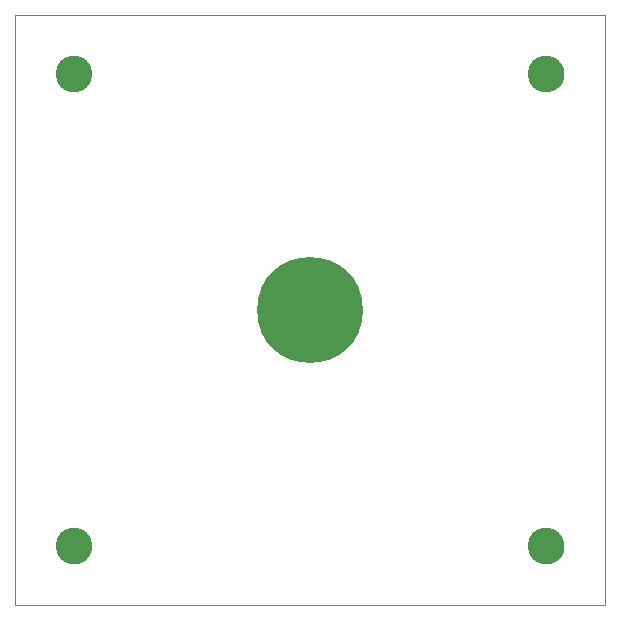
<source format=gbs>
G75*
%MOIN*%
%OFA0B0*%
%FSLAX25Y25*%
%IPPOS*%
%LPD*%
%AMOC8*
5,1,8,0,0,1.08239X$1,22.5*
%
%ADD10C,0.00004*%
%ADD11C,0.00000*%
%ADD12C,0.35249*%
%ADD13C,0.12217*%
D10*
X0001002Y0001002D02*
X0197852Y0001002D01*
X0197852Y0197852D01*
X0001002Y0197852D01*
X0001002Y0001002D01*
D11*
X0014978Y0020687D02*
X0014980Y0020838D01*
X0014986Y0020988D01*
X0014996Y0021139D01*
X0015010Y0021289D01*
X0015028Y0021438D01*
X0015049Y0021588D01*
X0015075Y0021736D01*
X0015105Y0021884D01*
X0015138Y0022031D01*
X0015176Y0022177D01*
X0015217Y0022322D01*
X0015262Y0022466D01*
X0015311Y0022608D01*
X0015364Y0022749D01*
X0015420Y0022889D01*
X0015480Y0023027D01*
X0015543Y0023164D01*
X0015611Y0023299D01*
X0015681Y0023432D01*
X0015755Y0023563D01*
X0015833Y0023692D01*
X0015914Y0023819D01*
X0015998Y0023944D01*
X0016086Y0024067D01*
X0016177Y0024187D01*
X0016271Y0024305D01*
X0016368Y0024420D01*
X0016468Y0024533D01*
X0016571Y0024643D01*
X0016677Y0024750D01*
X0016786Y0024855D01*
X0016897Y0024956D01*
X0017011Y0025055D01*
X0017127Y0025150D01*
X0017247Y0025243D01*
X0017368Y0025332D01*
X0017492Y0025418D01*
X0017618Y0025501D01*
X0017746Y0025580D01*
X0017876Y0025656D01*
X0018008Y0025729D01*
X0018142Y0025797D01*
X0018278Y0025863D01*
X0018416Y0025925D01*
X0018555Y0025983D01*
X0018695Y0026037D01*
X0018837Y0026088D01*
X0018980Y0026135D01*
X0019125Y0026178D01*
X0019270Y0026217D01*
X0019417Y0026253D01*
X0019564Y0026284D01*
X0019712Y0026312D01*
X0019861Y0026336D01*
X0020010Y0026356D01*
X0020160Y0026372D01*
X0020310Y0026384D01*
X0020461Y0026392D01*
X0020612Y0026396D01*
X0020762Y0026396D01*
X0020913Y0026392D01*
X0021064Y0026384D01*
X0021214Y0026372D01*
X0021364Y0026356D01*
X0021513Y0026336D01*
X0021662Y0026312D01*
X0021810Y0026284D01*
X0021957Y0026253D01*
X0022104Y0026217D01*
X0022249Y0026178D01*
X0022394Y0026135D01*
X0022537Y0026088D01*
X0022679Y0026037D01*
X0022819Y0025983D01*
X0022958Y0025925D01*
X0023096Y0025863D01*
X0023232Y0025797D01*
X0023366Y0025729D01*
X0023498Y0025656D01*
X0023628Y0025580D01*
X0023756Y0025501D01*
X0023882Y0025418D01*
X0024006Y0025332D01*
X0024127Y0025243D01*
X0024247Y0025150D01*
X0024363Y0025055D01*
X0024477Y0024956D01*
X0024588Y0024855D01*
X0024697Y0024750D01*
X0024803Y0024643D01*
X0024906Y0024533D01*
X0025006Y0024420D01*
X0025103Y0024305D01*
X0025197Y0024187D01*
X0025288Y0024067D01*
X0025376Y0023944D01*
X0025460Y0023819D01*
X0025541Y0023692D01*
X0025619Y0023563D01*
X0025693Y0023432D01*
X0025763Y0023299D01*
X0025831Y0023164D01*
X0025894Y0023027D01*
X0025954Y0022889D01*
X0026010Y0022749D01*
X0026063Y0022608D01*
X0026112Y0022466D01*
X0026157Y0022322D01*
X0026198Y0022177D01*
X0026236Y0022031D01*
X0026269Y0021884D01*
X0026299Y0021736D01*
X0026325Y0021588D01*
X0026346Y0021438D01*
X0026364Y0021289D01*
X0026378Y0021139D01*
X0026388Y0020988D01*
X0026394Y0020838D01*
X0026396Y0020687D01*
X0026394Y0020536D01*
X0026388Y0020386D01*
X0026378Y0020235D01*
X0026364Y0020085D01*
X0026346Y0019936D01*
X0026325Y0019786D01*
X0026299Y0019638D01*
X0026269Y0019490D01*
X0026236Y0019343D01*
X0026198Y0019197D01*
X0026157Y0019052D01*
X0026112Y0018908D01*
X0026063Y0018766D01*
X0026010Y0018625D01*
X0025954Y0018485D01*
X0025894Y0018347D01*
X0025831Y0018210D01*
X0025763Y0018075D01*
X0025693Y0017942D01*
X0025619Y0017811D01*
X0025541Y0017682D01*
X0025460Y0017555D01*
X0025376Y0017430D01*
X0025288Y0017307D01*
X0025197Y0017187D01*
X0025103Y0017069D01*
X0025006Y0016954D01*
X0024906Y0016841D01*
X0024803Y0016731D01*
X0024697Y0016624D01*
X0024588Y0016519D01*
X0024477Y0016418D01*
X0024363Y0016319D01*
X0024247Y0016224D01*
X0024127Y0016131D01*
X0024006Y0016042D01*
X0023882Y0015956D01*
X0023756Y0015873D01*
X0023628Y0015794D01*
X0023498Y0015718D01*
X0023366Y0015645D01*
X0023232Y0015577D01*
X0023096Y0015511D01*
X0022958Y0015449D01*
X0022819Y0015391D01*
X0022679Y0015337D01*
X0022537Y0015286D01*
X0022394Y0015239D01*
X0022249Y0015196D01*
X0022104Y0015157D01*
X0021957Y0015121D01*
X0021810Y0015090D01*
X0021662Y0015062D01*
X0021513Y0015038D01*
X0021364Y0015018D01*
X0021214Y0015002D01*
X0021064Y0014990D01*
X0020913Y0014982D01*
X0020762Y0014978D01*
X0020612Y0014978D01*
X0020461Y0014982D01*
X0020310Y0014990D01*
X0020160Y0015002D01*
X0020010Y0015018D01*
X0019861Y0015038D01*
X0019712Y0015062D01*
X0019564Y0015090D01*
X0019417Y0015121D01*
X0019270Y0015157D01*
X0019125Y0015196D01*
X0018980Y0015239D01*
X0018837Y0015286D01*
X0018695Y0015337D01*
X0018555Y0015391D01*
X0018416Y0015449D01*
X0018278Y0015511D01*
X0018142Y0015577D01*
X0018008Y0015645D01*
X0017876Y0015718D01*
X0017746Y0015794D01*
X0017618Y0015873D01*
X0017492Y0015956D01*
X0017368Y0016042D01*
X0017247Y0016131D01*
X0017127Y0016224D01*
X0017011Y0016319D01*
X0016897Y0016418D01*
X0016786Y0016519D01*
X0016677Y0016624D01*
X0016571Y0016731D01*
X0016468Y0016841D01*
X0016368Y0016954D01*
X0016271Y0017069D01*
X0016177Y0017187D01*
X0016086Y0017307D01*
X0015998Y0017430D01*
X0015914Y0017555D01*
X0015833Y0017682D01*
X0015755Y0017811D01*
X0015681Y0017942D01*
X0015611Y0018075D01*
X0015543Y0018210D01*
X0015480Y0018347D01*
X0015420Y0018485D01*
X0015364Y0018625D01*
X0015311Y0018766D01*
X0015262Y0018908D01*
X0015217Y0019052D01*
X0015176Y0019197D01*
X0015138Y0019343D01*
X0015105Y0019490D01*
X0015075Y0019638D01*
X0015049Y0019786D01*
X0015028Y0019936D01*
X0015010Y0020085D01*
X0014996Y0020235D01*
X0014986Y0020386D01*
X0014980Y0020536D01*
X0014978Y0020687D01*
X0082203Y0099427D02*
X0082208Y0099850D01*
X0082224Y0100272D01*
X0082250Y0100694D01*
X0082286Y0101115D01*
X0082333Y0101535D01*
X0082389Y0101954D01*
X0082457Y0102372D01*
X0082534Y0102787D01*
X0082622Y0103201D01*
X0082719Y0103612D01*
X0082827Y0104021D01*
X0082945Y0104427D01*
X0083072Y0104830D01*
X0083210Y0105230D01*
X0083357Y0105626D01*
X0083514Y0106018D01*
X0083681Y0106407D01*
X0083857Y0106791D01*
X0084042Y0107171D01*
X0084237Y0107546D01*
X0084441Y0107917D01*
X0084653Y0108282D01*
X0084875Y0108642D01*
X0085106Y0108996D01*
X0085345Y0109345D01*
X0085593Y0109687D01*
X0085849Y0110024D01*
X0086113Y0110354D01*
X0086385Y0110677D01*
X0086665Y0110994D01*
X0086953Y0111304D01*
X0087248Y0111606D01*
X0087550Y0111901D01*
X0087860Y0112189D01*
X0088177Y0112469D01*
X0088500Y0112741D01*
X0088830Y0113005D01*
X0089167Y0113261D01*
X0089509Y0113509D01*
X0089858Y0113748D01*
X0090212Y0113979D01*
X0090572Y0114201D01*
X0090937Y0114413D01*
X0091308Y0114617D01*
X0091683Y0114812D01*
X0092063Y0114997D01*
X0092447Y0115173D01*
X0092836Y0115340D01*
X0093228Y0115497D01*
X0093624Y0115644D01*
X0094024Y0115782D01*
X0094427Y0115909D01*
X0094833Y0116027D01*
X0095242Y0116135D01*
X0095653Y0116232D01*
X0096067Y0116320D01*
X0096482Y0116397D01*
X0096900Y0116465D01*
X0097319Y0116521D01*
X0097739Y0116568D01*
X0098160Y0116604D01*
X0098582Y0116630D01*
X0099004Y0116646D01*
X0099427Y0116651D01*
X0099850Y0116646D01*
X0100272Y0116630D01*
X0100694Y0116604D01*
X0101115Y0116568D01*
X0101535Y0116521D01*
X0101954Y0116465D01*
X0102372Y0116397D01*
X0102787Y0116320D01*
X0103201Y0116232D01*
X0103612Y0116135D01*
X0104021Y0116027D01*
X0104427Y0115909D01*
X0104830Y0115782D01*
X0105230Y0115644D01*
X0105626Y0115497D01*
X0106018Y0115340D01*
X0106407Y0115173D01*
X0106791Y0114997D01*
X0107171Y0114812D01*
X0107546Y0114617D01*
X0107917Y0114413D01*
X0108282Y0114201D01*
X0108642Y0113979D01*
X0108996Y0113748D01*
X0109345Y0113509D01*
X0109687Y0113261D01*
X0110024Y0113005D01*
X0110354Y0112741D01*
X0110677Y0112469D01*
X0110994Y0112189D01*
X0111304Y0111901D01*
X0111606Y0111606D01*
X0111901Y0111304D01*
X0112189Y0110994D01*
X0112469Y0110677D01*
X0112741Y0110354D01*
X0113005Y0110024D01*
X0113261Y0109687D01*
X0113509Y0109345D01*
X0113748Y0108996D01*
X0113979Y0108642D01*
X0114201Y0108282D01*
X0114413Y0107917D01*
X0114617Y0107546D01*
X0114812Y0107171D01*
X0114997Y0106791D01*
X0115173Y0106407D01*
X0115340Y0106018D01*
X0115497Y0105626D01*
X0115644Y0105230D01*
X0115782Y0104830D01*
X0115909Y0104427D01*
X0116027Y0104021D01*
X0116135Y0103612D01*
X0116232Y0103201D01*
X0116320Y0102787D01*
X0116397Y0102372D01*
X0116465Y0101954D01*
X0116521Y0101535D01*
X0116568Y0101115D01*
X0116604Y0100694D01*
X0116630Y0100272D01*
X0116646Y0099850D01*
X0116651Y0099427D01*
X0116646Y0099004D01*
X0116630Y0098582D01*
X0116604Y0098160D01*
X0116568Y0097739D01*
X0116521Y0097319D01*
X0116465Y0096900D01*
X0116397Y0096482D01*
X0116320Y0096067D01*
X0116232Y0095653D01*
X0116135Y0095242D01*
X0116027Y0094833D01*
X0115909Y0094427D01*
X0115782Y0094024D01*
X0115644Y0093624D01*
X0115497Y0093228D01*
X0115340Y0092836D01*
X0115173Y0092447D01*
X0114997Y0092063D01*
X0114812Y0091683D01*
X0114617Y0091308D01*
X0114413Y0090937D01*
X0114201Y0090572D01*
X0113979Y0090212D01*
X0113748Y0089858D01*
X0113509Y0089509D01*
X0113261Y0089167D01*
X0113005Y0088830D01*
X0112741Y0088500D01*
X0112469Y0088177D01*
X0112189Y0087860D01*
X0111901Y0087550D01*
X0111606Y0087248D01*
X0111304Y0086953D01*
X0110994Y0086665D01*
X0110677Y0086385D01*
X0110354Y0086113D01*
X0110024Y0085849D01*
X0109687Y0085593D01*
X0109345Y0085345D01*
X0108996Y0085106D01*
X0108642Y0084875D01*
X0108282Y0084653D01*
X0107917Y0084441D01*
X0107546Y0084237D01*
X0107171Y0084042D01*
X0106791Y0083857D01*
X0106407Y0083681D01*
X0106018Y0083514D01*
X0105626Y0083357D01*
X0105230Y0083210D01*
X0104830Y0083072D01*
X0104427Y0082945D01*
X0104021Y0082827D01*
X0103612Y0082719D01*
X0103201Y0082622D01*
X0102787Y0082534D01*
X0102372Y0082457D01*
X0101954Y0082389D01*
X0101535Y0082333D01*
X0101115Y0082286D01*
X0100694Y0082250D01*
X0100272Y0082224D01*
X0099850Y0082208D01*
X0099427Y0082203D01*
X0099004Y0082208D01*
X0098582Y0082224D01*
X0098160Y0082250D01*
X0097739Y0082286D01*
X0097319Y0082333D01*
X0096900Y0082389D01*
X0096482Y0082457D01*
X0096067Y0082534D01*
X0095653Y0082622D01*
X0095242Y0082719D01*
X0094833Y0082827D01*
X0094427Y0082945D01*
X0094024Y0083072D01*
X0093624Y0083210D01*
X0093228Y0083357D01*
X0092836Y0083514D01*
X0092447Y0083681D01*
X0092063Y0083857D01*
X0091683Y0084042D01*
X0091308Y0084237D01*
X0090937Y0084441D01*
X0090572Y0084653D01*
X0090212Y0084875D01*
X0089858Y0085106D01*
X0089509Y0085345D01*
X0089167Y0085593D01*
X0088830Y0085849D01*
X0088500Y0086113D01*
X0088177Y0086385D01*
X0087860Y0086665D01*
X0087550Y0086953D01*
X0087248Y0087248D01*
X0086953Y0087550D01*
X0086665Y0087860D01*
X0086385Y0088177D01*
X0086113Y0088500D01*
X0085849Y0088830D01*
X0085593Y0089167D01*
X0085345Y0089509D01*
X0085106Y0089858D01*
X0084875Y0090212D01*
X0084653Y0090572D01*
X0084441Y0090937D01*
X0084237Y0091308D01*
X0084042Y0091683D01*
X0083857Y0092063D01*
X0083681Y0092447D01*
X0083514Y0092836D01*
X0083357Y0093228D01*
X0083210Y0093624D01*
X0083072Y0094024D01*
X0082945Y0094427D01*
X0082827Y0094833D01*
X0082719Y0095242D01*
X0082622Y0095653D01*
X0082534Y0096067D01*
X0082457Y0096482D01*
X0082389Y0096900D01*
X0082333Y0097319D01*
X0082286Y0097739D01*
X0082250Y0098160D01*
X0082224Y0098582D01*
X0082208Y0099004D01*
X0082203Y0099427D01*
X0014978Y0178167D02*
X0014980Y0178318D01*
X0014986Y0178468D01*
X0014996Y0178619D01*
X0015010Y0178769D01*
X0015028Y0178918D01*
X0015049Y0179068D01*
X0015075Y0179216D01*
X0015105Y0179364D01*
X0015138Y0179511D01*
X0015176Y0179657D01*
X0015217Y0179802D01*
X0015262Y0179946D01*
X0015311Y0180088D01*
X0015364Y0180229D01*
X0015420Y0180369D01*
X0015480Y0180507D01*
X0015543Y0180644D01*
X0015611Y0180779D01*
X0015681Y0180912D01*
X0015755Y0181043D01*
X0015833Y0181172D01*
X0015914Y0181299D01*
X0015998Y0181424D01*
X0016086Y0181547D01*
X0016177Y0181667D01*
X0016271Y0181785D01*
X0016368Y0181900D01*
X0016468Y0182013D01*
X0016571Y0182123D01*
X0016677Y0182230D01*
X0016786Y0182335D01*
X0016897Y0182436D01*
X0017011Y0182535D01*
X0017127Y0182630D01*
X0017247Y0182723D01*
X0017368Y0182812D01*
X0017492Y0182898D01*
X0017618Y0182981D01*
X0017746Y0183060D01*
X0017876Y0183136D01*
X0018008Y0183209D01*
X0018142Y0183277D01*
X0018278Y0183343D01*
X0018416Y0183405D01*
X0018555Y0183463D01*
X0018695Y0183517D01*
X0018837Y0183568D01*
X0018980Y0183615D01*
X0019125Y0183658D01*
X0019270Y0183697D01*
X0019417Y0183733D01*
X0019564Y0183764D01*
X0019712Y0183792D01*
X0019861Y0183816D01*
X0020010Y0183836D01*
X0020160Y0183852D01*
X0020310Y0183864D01*
X0020461Y0183872D01*
X0020612Y0183876D01*
X0020762Y0183876D01*
X0020913Y0183872D01*
X0021064Y0183864D01*
X0021214Y0183852D01*
X0021364Y0183836D01*
X0021513Y0183816D01*
X0021662Y0183792D01*
X0021810Y0183764D01*
X0021957Y0183733D01*
X0022104Y0183697D01*
X0022249Y0183658D01*
X0022394Y0183615D01*
X0022537Y0183568D01*
X0022679Y0183517D01*
X0022819Y0183463D01*
X0022958Y0183405D01*
X0023096Y0183343D01*
X0023232Y0183277D01*
X0023366Y0183209D01*
X0023498Y0183136D01*
X0023628Y0183060D01*
X0023756Y0182981D01*
X0023882Y0182898D01*
X0024006Y0182812D01*
X0024127Y0182723D01*
X0024247Y0182630D01*
X0024363Y0182535D01*
X0024477Y0182436D01*
X0024588Y0182335D01*
X0024697Y0182230D01*
X0024803Y0182123D01*
X0024906Y0182013D01*
X0025006Y0181900D01*
X0025103Y0181785D01*
X0025197Y0181667D01*
X0025288Y0181547D01*
X0025376Y0181424D01*
X0025460Y0181299D01*
X0025541Y0181172D01*
X0025619Y0181043D01*
X0025693Y0180912D01*
X0025763Y0180779D01*
X0025831Y0180644D01*
X0025894Y0180507D01*
X0025954Y0180369D01*
X0026010Y0180229D01*
X0026063Y0180088D01*
X0026112Y0179946D01*
X0026157Y0179802D01*
X0026198Y0179657D01*
X0026236Y0179511D01*
X0026269Y0179364D01*
X0026299Y0179216D01*
X0026325Y0179068D01*
X0026346Y0178918D01*
X0026364Y0178769D01*
X0026378Y0178619D01*
X0026388Y0178468D01*
X0026394Y0178318D01*
X0026396Y0178167D01*
X0026394Y0178016D01*
X0026388Y0177866D01*
X0026378Y0177715D01*
X0026364Y0177565D01*
X0026346Y0177416D01*
X0026325Y0177266D01*
X0026299Y0177118D01*
X0026269Y0176970D01*
X0026236Y0176823D01*
X0026198Y0176677D01*
X0026157Y0176532D01*
X0026112Y0176388D01*
X0026063Y0176246D01*
X0026010Y0176105D01*
X0025954Y0175965D01*
X0025894Y0175827D01*
X0025831Y0175690D01*
X0025763Y0175555D01*
X0025693Y0175422D01*
X0025619Y0175291D01*
X0025541Y0175162D01*
X0025460Y0175035D01*
X0025376Y0174910D01*
X0025288Y0174787D01*
X0025197Y0174667D01*
X0025103Y0174549D01*
X0025006Y0174434D01*
X0024906Y0174321D01*
X0024803Y0174211D01*
X0024697Y0174104D01*
X0024588Y0173999D01*
X0024477Y0173898D01*
X0024363Y0173799D01*
X0024247Y0173704D01*
X0024127Y0173611D01*
X0024006Y0173522D01*
X0023882Y0173436D01*
X0023756Y0173353D01*
X0023628Y0173274D01*
X0023498Y0173198D01*
X0023366Y0173125D01*
X0023232Y0173057D01*
X0023096Y0172991D01*
X0022958Y0172929D01*
X0022819Y0172871D01*
X0022679Y0172817D01*
X0022537Y0172766D01*
X0022394Y0172719D01*
X0022249Y0172676D01*
X0022104Y0172637D01*
X0021957Y0172601D01*
X0021810Y0172570D01*
X0021662Y0172542D01*
X0021513Y0172518D01*
X0021364Y0172498D01*
X0021214Y0172482D01*
X0021064Y0172470D01*
X0020913Y0172462D01*
X0020762Y0172458D01*
X0020612Y0172458D01*
X0020461Y0172462D01*
X0020310Y0172470D01*
X0020160Y0172482D01*
X0020010Y0172498D01*
X0019861Y0172518D01*
X0019712Y0172542D01*
X0019564Y0172570D01*
X0019417Y0172601D01*
X0019270Y0172637D01*
X0019125Y0172676D01*
X0018980Y0172719D01*
X0018837Y0172766D01*
X0018695Y0172817D01*
X0018555Y0172871D01*
X0018416Y0172929D01*
X0018278Y0172991D01*
X0018142Y0173057D01*
X0018008Y0173125D01*
X0017876Y0173198D01*
X0017746Y0173274D01*
X0017618Y0173353D01*
X0017492Y0173436D01*
X0017368Y0173522D01*
X0017247Y0173611D01*
X0017127Y0173704D01*
X0017011Y0173799D01*
X0016897Y0173898D01*
X0016786Y0173999D01*
X0016677Y0174104D01*
X0016571Y0174211D01*
X0016468Y0174321D01*
X0016368Y0174434D01*
X0016271Y0174549D01*
X0016177Y0174667D01*
X0016086Y0174787D01*
X0015998Y0174910D01*
X0015914Y0175035D01*
X0015833Y0175162D01*
X0015755Y0175291D01*
X0015681Y0175422D01*
X0015611Y0175555D01*
X0015543Y0175690D01*
X0015480Y0175827D01*
X0015420Y0175965D01*
X0015364Y0176105D01*
X0015311Y0176246D01*
X0015262Y0176388D01*
X0015217Y0176532D01*
X0015176Y0176677D01*
X0015138Y0176823D01*
X0015105Y0176970D01*
X0015075Y0177118D01*
X0015049Y0177266D01*
X0015028Y0177416D01*
X0015010Y0177565D01*
X0014996Y0177715D01*
X0014986Y0177866D01*
X0014980Y0178016D01*
X0014978Y0178167D01*
X0172458Y0178167D02*
X0172460Y0178318D01*
X0172466Y0178468D01*
X0172476Y0178619D01*
X0172490Y0178769D01*
X0172508Y0178918D01*
X0172529Y0179068D01*
X0172555Y0179216D01*
X0172585Y0179364D01*
X0172618Y0179511D01*
X0172656Y0179657D01*
X0172697Y0179802D01*
X0172742Y0179946D01*
X0172791Y0180088D01*
X0172844Y0180229D01*
X0172900Y0180369D01*
X0172960Y0180507D01*
X0173023Y0180644D01*
X0173091Y0180779D01*
X0173161Y0180912D01*
X0173235Y0181043D01*
X0173313Y0181172D01*
X0173394Y0181299D01*
X0173478Y0181424D01*
X0173566Y0181547D01*
X0173657Y0181667D01*
X0173751Y0181785D01*
X0173848Y0181900D01*
X0173948Y0182013D01*
X0174051Y0182123D01*
X0174157Y0182230D01*
X0174266Y0182335D01*
X0174377Y0182436D01*
X0174491Y0182535D01*
X0174607Y0182630D01*
X0174727Y0182723D01*
X0174848Y0182812D01*
X0174972Y0182898D01*
X0175098Y0182981D01*
X0175226Y0183060D01*
X0175356Y0183136D01*
X0175488Y0183209D01*
X0175622Y0183277D01*
X0175758Y0183343D01*
X0175896Y0183405D01*
X0176035Y0183463D01*
X0176175Y0183517D01*
X0176317Y0183568D01*
X0176460Y0183615D01*
X0176605Y0183658D01*
X0176750Y0183697D01*
X0176897Y0183733D01*
X0177044Y0183764D01*
X0177192Y0183792D01*
X0177341Y0183816D01*
X0177490Y0183836D01*
X0177640Y0183852D01*
X0177790Y0183864D01*
X0177941Y0183872D01*
X0178092Y0183876D01*
X0178242Y0183876D01*
X0178393Y0183872D01*
X0178544Y0183864D01*
X0178694Y0183852D01*
X0178844Y0183836D01*
X0178993Y0183816D01*
X0179142Y0183792D01*
X0179290Y0183764D01*
X0179437Y0183733D01*
X0179584Y0183697D01*
X0179729Y0183658D01*
X0179874Y0183615D01*
X0180017Y0183568D01*
X0180159Y0183517D01*
X0180299Y0183463D01*
X0180438Y0183405D01*
X0180576Y0183343D01*
X0180712Y0183277D01*
X0180846Y0183209D01*
X0180978Y0183136D01*
X0181108Y0183060D01*
X0181236Y0182981D01*
X0181362Y0182898D01*
X0181486Y0182812D01*
X0181607Y0182723D01*
X0181727Y0182630D01*
X0181843Y0182535D01*
X0181957Y0182436D01*
X0182068Y0182335D01*
X0182177Y0182230D01*
X0182283Y0182123D01*
X0182386Y0182013D01*
X0182486Y0181900D01*
X0182583Y0181785D01*
X0182677Y0181667D01*
X0182768Y0181547D01*
X0182856Y0181424D01*
X0182940Y0181299D01*
X0183021Y0181172D01*
X0183099Y0181043D01*
X0183173Y0180912D01*
X0183243Y0180779D01*
X0183311Y0180644D01*
X0183374Y0180507D01*
X0183434Y0180369D01*
X0183490Y0180229D01*
X0183543Y0180088D01*
X0183592Y0179946D01*
X0183637Y0179802D01*
X0183678Y0179657D01*
X0183716Y0179511D01*
X0183749Y0179364D01*
X0183779Y0179216D01*
X0183805Y0179068D01*
X0183826Y0178918D01*
X0183844Y0178769D01*
X0183858Y0178619D01*
X0183868Y0178468D01*
X0183874Y0178318D01*
X0183876Y0178167D01*
X0183874Y0178016D01*
X0183868Y0177866D01*
X0183858Y0177715D01*
X0183844Y0177565D01*
X0183826Y0177416D01*
X0183805Y0177266D01*
X0183779Y0177118D01*
X0183749Y0176970D01*
X0183716Y0176823D01*
X0183678Y0176677D01*
X0183637Y0176532D01*
X0183592Y0176388D01*
X0183543Y0176246D01*
X0183490Y0176105D01*
X0183434Y0175965D01*
X0183374Y0175827D01*
X0183311Y0175690D01*
X0183243Y0175555D01*
X0183173Y0175422D01*
X0183099Y0175291D01*
X0183021Y0175162D01*
X0182940Y0175035D01*
X0182856Y0174910D01*
X0182768Y0174787D01*
X0182677Y0174667D01*
X0182583Y0174549D01*
X0182486Y0174434D01*
X0182386Y0174321D01*
X0182283Y0174211D01*
X0182177Y0174104D01*
X0182068Y0173999D01*
X0181957Y0173898D01*
X0181843Y0173799D01*
X0181727Y0173704D01*
X0181607Y0173611D01*
X0181486Y0173522D01*
X0181362Y0173436D01*
X0181236Y0173353D01*
X0181108Y0173274D01*
X0180978Y0173198D01*
X0180846Y0173125D01*
X0180712Y0173057D01*
X0180576Y0172991D01*
X0180438Y0172929D01*
X0180299Y0172871D01*
X0180159Y0172817D01*
X0180017Y0172766D01*
X0179874Y0172719D01*
X0179729Y0172676D01*
X0179584Y0172637D01*
X0179437Y0172601D01*
X0179290Y0172570D01*
X0179142Y0172542D01*
X0178993Y0172518D01*
X0178844Y0172498D01*
X0178694Y0172482D01*
X0178544Y0172470D01*
X0178393Y0172462D01*
X0178242Y0172458D01*
X0178092Y0172458D01*
X0177941Y0172462D01*
X0177790Y0172470D01*
X0177640Y0172482D01*
X0177490Y0172498D01*
X0177341Y0172518D01*
X0177192Y0172542D01*
X0177044Y0172570D01*
X0176897Y0172601D01*
X0176750Y0172637D01*
X0176605Y0172676D01*
X0176460Y0172719D01*
X0176317Y0172766D01*
X0176175Y0172817D01*
X0176035Y0172871D01*
X0175896Y0172929D01*
X0175758Y0172991D01*
X0175622Y0173057D01*
X0175488Y0173125D01*
X0175356Y0173198D01*
X0175226Y0173274D01*
X0175098Y0173353D01*
X0174972Y0173436D01*
X0174848Y0173522D01*
X0174727Y0173611D01*
X0174607Y0173704D01*
X0174491Y0173799D01*
X0174377Y0173898D01*
X0174266Y0173999D01*
X0174157Y0174104D01*
X0174051Y0174211D01*
X0173948Y0174321D01*
X0173848Y0174434D01*
X0173751Y0174549D01*
X0173657Y0174667D01*
X0173566Y0174787D01*
X0173478Y0174910D01*
X0173394Y0175035D01*
X0173313Y0175162D01*
X0173235Y0175291D01*
X0173161Y0175422D01*
X0173091Y0175555D01*
X0173023Y0175690D01*
X0172960Y0175827D01*
X0172900Y0175965D01*
X0172844Y0176105D01*
X0172791Y0176246D01*
X0172742Y0176388D01*
X0172697Y0176532D01*
X0172656Y0176677D01*
X0172618Y0176823D01*
X0172585Y0176970D01*
X0172555Y0177118D01*
X0172529Y0177266D01*
X0172508Y0177416D01*
X0172490Y0177565D01*
X0172476Y0177715D01*
X0172466Y0177866D01*
X0172460Y0178016D01*
X0172458Y0178167D01*
X0172458Y0020687D02*
X0172460Y0020838D01*
X0172466Y0020988D01*
X0172476Y0021139D01*
X0172490Y0021289D01*
X0172508Y0021438D01*
X0172529Y0021588D01*
X0172555Y0021736D01*
X0172585Y0021884D01*
X0172618Y0022031D01*
X0172656Y0022177D01*
X0172697Y0022322D01*
X0172742Y0022466D01*
X0172791Y0022608D01*
X0172844Y0022749D01*
X0172900Y0022889D01*
X0172960Y0023027D01*
X0173023Y0023164D01*
X0173091Y0023299D01*
X0173161Y0023432D01*
X0173235Y0023563D01*
X0173313Y0023692D01*
X0173394Y0023819D01*
X0173478Y0023944D01*
X0173566Y0024067D01*
X0173657Y0024187D01*
X0173751Y0024305D01*
X0173848Y0024420D01*
X0173948Y0024533D01*
X0174051Y0024643D01*
X0174157Y0024750D01*
X0174266Y0024855D01*
X0174377Y0024956D01*
X0174491Y0025055D01*
X0174607Y0025150D01*
X0174727Y0025243D01*
X0174848Y0025332D01*
X0174972Y0025418D01*
X0175098Y0025501D01*
X0175226Y0025580D01*
X0175356Y0025656D01*
X0175488Y0025729D01*
X0175622Y0025797D01*
X0175758Y0025863D01*
X0175896Y0025925D01*
X0176035Y0025983D01*
X0176175Y0026037D01*
X0176317Y0026088D01*
X0176460Y0026135D01*
X0176605Y0026178D01*
X0176750Y0026217D01*
X0176897Y0026253D01*
X0177044Y0026284D01*
X0177192Y0026312D01*
X0177341Y0026336D01*
X0177490Y0026356D01*
X0177640Y0026372D01*
X0177790Y0026384D01*
X0177941Y0026392D01*
X0178092Y0026396D01*
X0178242Y0026396D01*
X0178393Y0026392D01*
X0178544Y0026384D01*
X0178694Y0026372D01*
X0178844Y0026356D01*
X0178993Y0026336D01*
X0179142Y0026312D01*
X0179290Y0026284D01*
X0179437Y0026253D01*
X0179584Y0026217D01*
X0179729Y0026178D01*
X0179874Y0026135D01*
X0180017Y0026088D01*
X0180159Y0026037D01*
X0180299Y0025983D01*
X0180438Y0025925D01*
X0180576Y0025863D01*
X0180712Y0025797D01*
X0180846Y0025729D01*
X0180978Y0025656D01*
X0181108Y0025580D01*
X0181236Y0025501D01*
X0181362Y0025418D01*
X0181486Y0025332D01*
X0181607Y0025243D01*
X0181727Y0025150D01*
X0181843Y0025055D01*
X0181957Y0024956D01*
X0182068Y0024855D01*
X0182177Y0024750D01*
X0182283Y0024643D01*
X0182386Y0024533D01*
X0182486Y0024420D01*
X0182583Y0024305D01*
X0182677Y0024187D01*
X0182768Y0024067D01*
X0182856Y0023944D01*
X0182940Y0023819D01*
X0183021Y0023692D01*
X0183099Y0023563D01*
X0183173Y0023432D01*
X0183243Y0023299D01*
X0183311Y0023164D01*
X0183374Y0023027D01*
X0183434Y0022889D01*
X0183490Y0022749D01*
X0183543Y0022608D01*
X0183592Y0022466D01*
X0183637Y0022322D01*
X0183678Y0022177D01*
X0183716Y0022031D01*
X0183749Y0021884D01*
X0183779Y0021736D01*
X0183805Y0021588D01*
X0183826Y0021438D01*
X0183844Y0021289D01*
X0183858Y0021139D01*
X0183868Y0020988D01*
X0183874Y0020838D01*
X0183876Y0020687D01*
X0183874Y0020536D01*
X0183868Y0020386D01*
X0183858Y0020235D01*
X0183844Y0020085D01*
X0183826Y0019936D01*
X0183805Y0019786D01*
X0183779Y0019638D01*
X0183749Y0019490D01*
X0183716Y0019343D01*
X0183678Y0019197D01*
X0183637Y0019052D01*
X0183592Y0018908D01*
X0183543Y0018766D01*
X0183490Y0018625D01*
X0183434Y0018485D01*
X0183374Y0018347D01*
X0183311Y0018210D01*
X0183243Y0018075D01*
X0183173Y0017942D01*
X0183099Y0017811D01*
X0183021Y0017682D01*
X0182940Y0017555D01*
X0182856Y0017430D01*
X0182768Y0017307D01*
X0182677Y0017187D01*
X0182583Y0017069D01*
X0182486Y0016954D01*
X0182386Y0016841D01*
X0182283Y0016731D01*
X0182177Y0016624D01*
X0182068Y0016519D01*
X0181957Y0016418D01*
X0181843Y0016319D01*
X0181727Y0016224D01*
X0181607Y0016131D01*
X0181486Y0016042D01*
X0181362Y0015956D01*
X0181236Y0015873D01*
X0181108Y0015794D01*
X0180978Y0015718D01*
X0180846Y0015645D01*
X0180712Y0015577D01*
X0180576Y0015511D01*
X0180438Y0015449D01*
X0180299Y0015391D01*
X0180159Y0015337D01*
X0180017Y0015286D01*
X0179874Y0015239D01*
X0179729Y0015196D01*
X0179584Y0015157D01*
X0179437Y0015121D01*
X0179290Y0015090D01*
X0179142Y0015062D01*
X0178993Y0015038D01*
X0178844Y0015018D01*
X0178694Y0015002D01*
X0178544Y0014990D01*
X0178393Y0014982D01*
X0178242Y0014978D01*
X0178092Y0014978D01*
X0177941Y0014982D01*
X0177790Y0014990D01*
X0177640Y0015002D01*
X0177490Y0015018D01*
X0177341Y0015038D01*
X0177192Y0015062D01*
X0177044Y0015090D01*
X0176897Y0015121D01*
X0176750Y0015157D01*
X0176605Y0015196D01*
X0176460Y0015239D01*
X0176317Y0015286D01*
X0176175Y0015337D01*
X0176035Y0015391D01*
X0175896Y0015449D01*
X0175758Y0015511D01*
X0175622Y0015577D01*
X0175488Y0015645D01*
X0175356Y0015718D01*
X0175226Y0015794D01*
X0175098Y0015873D01*
X0174972Y0015956D01*
X0174848Y0016042D01*
X0174727Y0016131D01*
X0174607Y0016224D01*
X0174491Y0016319D01*
X0174377Y0016418D01*
X0174266Y0016519D01*
X0174157Y0016624D01*
X0174051Y0016731D01*
X0173948Y0016841D01*
X0173848Y0016954D01*
X0173751Y0017069D01*
X0173657Y0017187D01*
X0173566Y0017307D01*
X0173478Y0017430D01*
X0173394Y0017555D01*
X0173313Y0017682D01*
X0173235Y0017811D01*
X0173161Y0017942D01*
X0173091Y0018075D01*
X0173023Y0018210D01*
X0172960Y0018347D01*
X0172900Y0018485D01*
X0172844Y0018625D01*
X0172791Y0018766D01*
X0172742Y0018908D01*
X0172697Y0019052D01*
X0172656Y0019197D01*
X0172618Y0019343D01*
X0172585Y0019490D01*
X0172555Y0019638D01*
X0172529Y0019786D01*
X0172508Y0019936D01*
X0172490Y0020085D01*
X0172476Y0020235D01*
X0172466Y0020386D01*
X0172460Y0020536D01*
X0172458Y0020687D01*
D12*
X0099427Y0099427D03*
D13*
X0178167Y0178167D03*
X0178167Y0020687D03*
X0020687Y0020687D03*
X0020687Y0178167D03*
M02*

</source>
